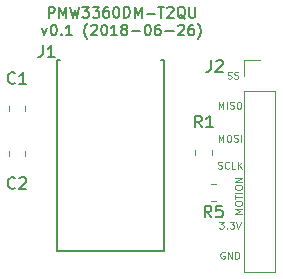
<source format=gbr>
G04 #@! TF.GenerationSoftware,KiCad,Pcbnew,(5.0.0-rc3-dev)*
G04 #@! TF.CreationDate,2018-07-03T21:02:48+03:00*
G04 #@! TF.ProjectId,board,626F6172642E6B696361645F70636200,v0.1*
G04 #@! TF.SameCoordinates,Original*
G04 #@! TF.FileFunction,Legend,Top*
G04 #@! TF.FilePolarity,Positive*
%FSLAX46Y46*%
G04 Gerber Fmt 4.6, Leading zero omitted, Abs format (unit mm)*
G04 Created by KiCad (PCBNEW (5.0.0-rc3-dev)) date Tue Jul  3 21:02:48 2018*
%MOMM*%
%LPD*%
G01*
G04 APERTURE LIST*
%ADD10C,0.125000*%
%ADD11C,0.150000*%
%ADD12C,0.120000*%
G04 APERTURE END LIST*
D10*
X137972857Y-68280000D02*
X137915714Y-68251428D01*
X137830000Y-68251428D01*
X137744285Y-68280000D01*
X137687142Y-68337142D01*
X137658571Y-68394285D01*
X137630000Y-68508571D01*
X137630000Y-68594285D01*
X137658571Y-68708571D01*
X137687142Y-68765714D01*
X137744285Y-68822857D01*
X137830000Y-68851428D01*
X137887142Y-68851428D01*
X137972857Y-68822857D01*
X138001428Y-68794285D01*
X138001428Y-68594285D01*
X137887142Y-68594285D01*
X138258571Y-68851428D02*
X138258571Y-68251428D01*
X138601428Y-68851428D01*
X138601428Y-68251428D01*
X138887142Y-68851428D02*
X138887142Y-68251428D01*
X139030000Y-68251428D01*
X139115714Y-68280000D01*
X139172857Y-68337142D01*
X139201428Y-68394285D01*
X139230000Y-68508571D01*
X139230000Y-68594285D01*
X139201428Y-68708571D01*
X139172857Y-68765714D01*
X139115714Y-68822857D01*
X139030000Y-68851428D01*
X138887142Y-68851428D01*
X137544285Y-65711428D02*
X137915714Y-65711428D01*
X137715714Y-65940000D01*
X137801428Y-65940000D01*
X137858571Y-65968571D01*
X137887142Y-65997142D01*
X137915714Y-66054285D01*
X137915714Y-66197142D01*
X137887142Y-66254285D01*
X137858571Y-66282857D01*
X137801428Y-66311428D01*
X137630000Y-66311428D01*
X137572857Y-66282857D01*
X137544285Y-66254285D01*
X138172857Y-66254285D02*
X138201428Y-66282857D01*
X138172857Y-66311428D01*
X138144285Y-66282857D01*
X138172857Y-66254285D01*
X138172857Y-66311428D01*
X138401428Y-65711428D02*
X138772857Y-65711428D01*
X138572857Y-65940000D01*
X138658571Y-65940000D01*
X138715714Y-65968571D01*
X138744285Y-65997142D01*
X138772857Y-66054285D01*
X138772857Y-66197142D01*
X138744285Y-66254285D01*
X138715714Y-66282857D01*
X138658571Y-66311428D01*
X138487142Y-66311428D01*
X138430000Y-66282857D01*
X138401428Y-66254285D01*
X138944285Y-65711428D02*
X139144285Y-66311428D01*
X139344285Y-65711428D01*
X139463428Y-65014285D02*
X138863428Y-65014285D01*
X139292000Y-64814285D01*
X138863428Y-64614285D01*
X139463428Y-64614285D01*
X138863428Y-64214285D02*
X138863428Y-64100000D01*
X138892000Y-64042857D01*
X138949142Y-63985714D01*
X139063428Y-63957142D01*
X139263428Y-63957142D01*
X139377714Y-63985714D01*
X139434857Y-64042857D01*
X139463428Y-64100000D01*
X139463428Y-64214285D01*
X139434857Y-64271428D01*
X139377714Y-64328571D01*
X139263428Y-64357142D01*
X139063428Y-64357142D01*
X138949142Y-64328571D01*
X138892000Y-64271428D01*
X138863428Y-64214285D01*
X138863428Y-63785714D02*
X138863428Y-63442857D01*
X139463428Y-63614285D02*
X138863428Y-63614285D01*
X139463428Y-63242857D02*
X138863428Y-63242857D01*
X138863428Y-62842857D02*
X138863428Y-62728571D01*
X138892000Y-62671428D01*
X138949142Y-62614285D01*
X139063428Y-62585714D01*
X139263428Y-62585714D01*
X139377714Y-62614285D01*
X139434857Y-62671428D01*
X139463428Y-62728571D01*
X139463428Y-62842857D01*
X139434857Y-62900000D01*
X139377714Y-62957142D01*
X139263428Y-62985714D01*
X139063428Y-62985714D01*
X138949142Y-62957142D01*
X138892000Y-62900000D01*
X138863428Y-62842857D01*
X139463428Y-62328571D02*
X138863428Y-62328571D01*
X139463428Y-61985714D01*
X138863428Y-61985714D01*
X137415714Y-61202857D02*
X137501428Y-61231428D01*
X137644285Y-61231428D01*
X137701428Y-61202857D01*
X137730000Y-61174285D01*
X137758571Y-61117142D01*
X137758571Y-61060000D01*
X137730000Y-61002857D01*
X137701428Y-60974285D01*
X137644285Y-60945714D01*
X137530000Y-60917142D01*
X137472857Y-60888571D01*
X137444285Y-60860000D01*
X137415714Y-60802857D01*
X137415714Y-60745714D01*
X137444285Y-60688571D01*
X137472857Y-60660000D01*
X137530000Y-60631428D01*
X137672857Y-60631428D01*
X137758571Y-60660000D01*
X138358571Y-61174285D02*
X138330000Y-61202857D01*
X138244285Y-61231428D01*
X138187142Y-61231428D01*
X138101428Y-61202857D01*
X138044285Y-61145714D01*
X138015714Y-61088571D01*
X137987142Y-60974285D01*
X137987142Y-60888571D01*
X138015714Y-60774285D01*
X138044285Y-60717142D01*
X138101428Y-60660000D01*
X138187142Y-60631428D01*
X138244285Y-60631428D01*
X138330000Y-60660000D01*
X138358571Y-60688571D01*
X138901428Y-61231428D02*
X138615714Y-61231428D01*
X138615714Y-60631428D01*
X139101428Y-61231428D02*
X139101428Y-60631428D01*
X139444285Y-61231428D02*
X139187142Y-60888571D01*
X139444285Y-60631428D02*
X139101428Y-60974285D01*
X137487142Y-58945428D02*
X137487142Y-58345428D01*
X137687142Y-58774000D01*
X137887142Y-58345428D01*
X137887142Y-58945428D01*
X138287142Y-58345428D02*
X138401428Y-58345428D01*
X138458571Y-58374000D01*
X138515714Y-58431142D01*
X138544285Y-58545428D01*
X138544285Y-58745428D01*
X138515714Y-58859714D01*
X138458571Y-58916857D01*
X138401428Y-58945428D01*
X138287142Y-58945428D01*
X138230000Y-58916857D01*
X138172857Y-58859714D01*
X138144285Y-58745428D01*
X138144285Y-58545428D01*
X138172857Y-58431142D01*
X138230000Y-58374000D01*
X138287142Y-58345428D01*
X138772857Y-58916857D02*
X138858571Y-58945428D01*
X139001428Y-58945428D01*
X139058571Y-58916857D01*
X139087142Y-58888285D01*
X139115714Y-58831142D01*
X139115714Y-58774000D01*
X139087142Y-58716857D01*
X139058571Y-58688285D01*
X139001428Y-58659714D01*
X138887142Y-58631142D01*
X138830000Y-58602571D01*
X138801428Y-58574000D01*
X138772857Y-58516857D01*
X138772857Y-58459714D01*
X138801428Y-58402571D01*
X138830000Y-58374000D01*
X138887142Y-58345428D01*
X139030000Y-58345428D01*
X139115714Y-58374000D01*
X139372857Y-58945428D02*
X139372857Y-58345428D01*
X137487142Y-56151428D02*
X137487142Y-55551428D01*
X137687142Y-55980000D01*
X137887142Y-55551428D01*
X137887142Y-56151428D01*
X138172857Y-56151428D02*
X138172857Y-55551428D01*
X138430000Y-56122857D02*
X138515714Y-56151428D01*
X138658571Y-56151428D01*
X138715714Y-56122857D01*
X138744285Y-56094285D01*
X138772857Y-56037142D01*
X138772857Y-55980000D01*
X138744285Y-55922857D01*
X138715714Y-55894285D01*
X138658571Y-55865714D01*
X138544285Y-55837142D01*
X138487142Y-55808571D01*
X138458571Y-55780000D01*
X138430000Y-55722857D01*
X138430000Y-55665714D01*
X138458571Y-55608571D01*
X138487142Y-55580000D01*
X138544285Y-55551428D01*
X138687142Y-55551428D01*
X138772857Y-55580000D01*
X139144285Y-55551428D02*
X139258571Y-55551428D01*
X139315714Y-55580000D01*
X139372857Y-55637142D01*
X139401428Y-55751428D01*
X139401428Y-55951428D01*
X139372857Y-56065714D01*
X139315714Y-56122857D01*
X139258571Y-56151428D01*
X139144285Y-56151428D01*
X139087142Y-56122857D01*
X139030000Y-56065714D01*
X139001428Y-55951428D01*
X139001428Y-55751428D01*
X139030000Y-55637142D01*
X139087142Y-55580000D01*
X139144285Y-55551428D01*
X138226857Y-53582857D02*
X138312571Y-53611428D01*
X138455428Y-53611428D01*
X138512571Y-53582857D01*
X138541142Y-53554285D01*
X138569714Y-53497142D01*
X138569714Y-53440000D01*
X138541142Y-53382857D01*
X138512571Y-53354285D01*
X138455428Y-53325714D01*
X138341142Y-53297142D01*
X138284000Y-53268571D01*
X138255428Y-53240000D01*
X138226857Y-53182857D01*
X138226857Y-53125714D01*
X138255428Y-53068571D01*
X138284000Y-53040000D01*
X138341142Y-53011428D01*
X138484000Y-53011428D01*
X138569714Y-53040000D01*
X138798285Y-53582857D02*
X138884000Y-53611428D01*
X139026857Y-53611428D01*
X139084000Y-53582857D01*
X139112571Y-53554285D01*
X139141142Y-53497142D01*
X139141142Y-53440000D01*
X139112571Y-53382857D01*
X139084000Y-53354285D01*
X139026857Y-53325714D01*
X138912571Y-53297142D01*
X138855428Y-53268571D01*
X138826857Y-53240000D01*
X138798285Y-53182857D01*
X138798285Y-53125714D01*
X138826857Y-53068571D01*
X138855428Y-53040000D01*
X138912571Y-53011428D01*
X139055428Y-53011428D01*
X139141142Y-53040000D01*
D11*
X123071714Y-48425142D02*
X123071714Y-47525142D01*
X123414571Y-47525142D01*
X123500285Y-47568000D01*
X123543142Y-47610857D01*
X123586000Y-47696571D01*
X123586000Y-47825142D01*
X123543142Y-47910857D01*
X123500285Y-47953714D01*
X123414571Y-47996571D01*
X123071714Y-47996571D01*
X123971714Y-48425142D02*
X123971714Y-47525142D01*
X124271714Y-48168000D01*
X124571714Y-47525142D01*
X124571714Y-48425142D01*
X124914571Y-47525142D02*
X125128857Y-48425142D01*
X125300285Y-47782285D01*
X125471714Y-48425142D01*
X125686000Y-47525142D01*
X125943142Y-47525142D02*
X126500285Y-47525142D01*
X126200285Y-47868000D01*
X126328857Y-47868000D01*
X126414571Y-47910857D01*
X126457428Y-47953714D01*
X126500285Y-48039428D01*
X126500285Y-48253714D01*
X126457428Y-48339428D01*
X126414571Y-48382285D01*
X126328857Y-48425142D01*
X126071714Y-48425142D01*
X125986000Y-48382285D01*
X125943142Y-48339428D01*
X126800285Y-47525142D02*
X127357428Y-47525142D01*
X127057428Y-47868000D01*
X127186000Y-47868000D01*
X127271714Y-47910857D01*
X127314571Y-47953714D01*
X127357428Y-48039428D01*
X127357428Y-48253714D01*
X127314571Y-48339428D01*
X127271714Y-48382285D01*
X127186000Y-48425142D01*
X126928857Y-48425142D01*
X126843142Y-48382285D01*
X126800285Y-48339428D01*
X128128857Y-47525142D02*
X127957428Y-47525142D01*
X127871714Y-47568000D01*
X127828857Y-47610857D01*
X127743142Y-47739428D01*
X127700285Y-47910857D01*
X127700285Y-48253714D01*
X127743142Y-48339428D01*
X127786000Y-48382285D01*
X127871714Y-48425142D01*
X128043142Y-48425142D01*
X128128857Y-48382285D01*
X128171714Y-48339428D01*
X128214571Y-48253714D01*
X128214571Y-48039428D01*
X128171714Y-47953714D01*
X128128857Y-47910857D01*
X128043142Y-47868000D01*
X127871714Y-47868000D01*
X127786000Y-47910857D01*
X127743142Y-47953714D01*
X127700285Y-48039428D01*
X128771714Y-47525142D02*
X128857428Y-47525142D01*
X128943142Y-47568000D01*
X128986000Y-47610857D01*
X129028857Y-47696571D01*
X129071714Y-47868000D01*
X129071714Y-48082285D01*
X129028857Y-48253714D01*
X128986000Y-48339428D01*
X128943142Y-48382285D01*
X128857428Y-48425142D01*
X128771714Y-48425142D01*
X128686000Y-48382285D01*
X128643142Y-48339428D01*
X128600285Y-48253714D01*
X128557428Y-48082285D01*
X128557428Y-47868000D01*
X128600285Y-47696571D01*
X128643142Y-47610857D01*
X128686000Y-47568000D01*
X128771714Y-47525142D01*
X129457428Y-48425142D02*
X129457428Y-47525142D01*
X129671714Y-47525142D01*
X129800285Y-47568000D01*
X129886000Y-47653714D01*
X129928857Y-47739428D01*
X129971714Y-47910857D01*
X129971714Y-48039428D01*
X129928857Y-48210857D01*
X129886000Y-48296571D01*
X129800285Y-48382285D01*
X129671714Y-48425142D01*
X129457428Y-48425142D01*
X130357428Y-48425142D02*
X130357428Y-47525142D01*
X130657428Y-48168000D01*
X130957428Y-47525142D01*
X130957428Y-48425142D01*
X131386000Y-48082285D02*
X132071714Y-48082285D01*
X132371714Y-47525142D02*
X132886000Y-47525142D01*
X132628857Y-48425142D02*
X132628857Y-47525142D01*
X133143142Y-47610857D02*
X133186000Y-47568000D01*
X133271714Y-47525142D01*
X133486000Y-47525142D01*
X133571714Y-47568000D01*
X133614571Y-47610857D01*
X133657428Y-47696571D01*
X133657428Y-47782285D01*
X133614571Y-47910857D01*
X133100285Y-48425142D01*
X133657428Y-48425142D01*
X134643142Y-48510857D02*
X134557428Y-48468000D01*
X134471714Y-48382285D01*
X134343142Y-48253714D01*
X134257428Y-48210857D01*
X134171714Y-48210857D01*
X134214571Y-48425142D02*
X134128857Y-48382285D01*
X134043142Y-48296571D01*
X134000285Y-48125142D01*
X134000285Y-47825142D01*
X134043142Y-47653714D01*
X134128857Y-47568000D01*
X134214571Y-47525142D01*
X134386000Y-47525142D01*
X134471714Y-47568000D01*
X134557428Y-47653714D01*
X134600285Y-47825142D01*
X134600285Y-48125142D01*
X134557428Y-48296571D01*
X134471714Y-48382285D01*
X134386000Y-48425142D01*
X134214571Y-48425142D01*
X134986000Y-47525142D02*
X134986000Y-48253714D01*
X135028857Y-48339428D01*
X135071714Y-48382285D01*
X135157428Y-48425142D01*
X135328857Y-48425142D01*
X135414571Y-48382285D01*
X135457428Y-48339428D01*
X135500285Y-48253714D01*
X135500285Y-47525142D01*
X122514571Y-49325142D02*
X122728857Y-49925142D01*
X122943142Y-49325142D01*
X123457428Y-49025142D02*
X123543142Y-49025142D01*
X123628857Y-49068000D01*
X123671714Y-49110857D01*
X123714571Y-49196571D01*
X123757428Y-49368000D01*
X123757428Y-49582285D01*
X123714571Y-49753714D01*
X123671714Y-49839428D01*
X123628857Y-49882285D01*
X123543142Y-49925142D01*
X123457428Y-49925142D01*
X123371714Y-49882285D01*
X123328857Y-49839428D01*
X123286000Y-49753714D01*
X123243142Y-49582285D01*
X123243142Y-49368000D01*
X123286000Y-49196571D01*
X123328857Y-49110857D01*
X123371714Y-49068000D01*
X123457428Y-49025142D01*
X124143142Y-49839428D02*
X124186000Y-49882285D01*
X124143142Y-49925142D01*
X124100285Y-49882285D01*
X124143142Y-49839428D01*
X124143142Y-49925142D01*
X125043142Y-49925142D02*
X124528857Y-49925142D01*
X124786000Y-49925142D02*
X124786000Y-49025142D01*
X124700285Y-49153714D01*
X124614571Y-49239428D01*
X124528857Y-49282285D01*
X126371714Y-50268000D02*
X126328857Y-50225142D01*
X126243142Y-50096571D01*
X126200285Y-50010857D01*
X126157428Y-49882285D01*
X126114571Y-49668000D01*
X126114571Y-49496571D01*
X126157428Y-49282285D01*
X126200285Y-49153714D01*
X126243142Y-49068000D01*
X126328857Y-48939428D01*
X126371714Y-48896571D01*
X126671714Y-49110857D02*
X126714571Y-49068000D01*
X126800285Y-49025142D01*
X127014571Y-49025142D01*
X127100285Y-49068000D01*
X127143142Y-49110857D01*
X127186000Y-49196571D01*
X127186000Y-49282285D01*
X127143142Y-49410857D01*
X126628857Y-49925142D01*
X127186000Y-49925142D01*
X127743142Y-49025142D02*
X127828857Y-49025142D01*
X127914571Y-49068000D01*
X127957428Y-49110857D01*
X128000285Y-49196571D01*
X128043142Y-49368000D01*
X128043142Y-49582285D01*
X128000285Y-49753714D01*
X127957428Y-49839428D01*
X127914571Y-49882285D01*
X127828857Y-49925142D01*
X127743142Y-49925142D01*
X127657428Y-49882285D01*
X127614571Y-49839428D01*
X127571714Y-49753714D01*
X127528857Y-49582285D01*
X127528857Y-49368000D01*
X127571714Y-49196571D01*
X127614571Y-49110857D01*
X127657428Y-49068000D01*
X127743142Y-49025142D01*
X128900285Y-49925142D02*
X128386000Y-49925142D01*
X128643142Y-49925142D02*
X128643142Y-49025142D01*
X128557428Y-49153714D01*
X128471714Y-49239428D01*
X128386000Y-49282285D01*
X129414571Y-49410857D02*
X129328857Y-49368000D01*
X129286000Y-49325142D01*
X129243142Y-49239428D01*
X129243142Y-49196571D01*
X129286000Y-49110857D01*
X129328857Y-49068000D01*
X129414571Y-49025142D01*
X129586000Y-49025142D01*
X129671714Y-49068000D01*
X129714571Y-49110857D01*
X129757428Y-49196571D01*
X129757428Y-49239428D01*
X129714571Y-49325142D01*
X129671714Y-49368000D01*
X129586000Y-49410857D01*
X129414571Y-49410857D01*
X129328857Y-49453714D01*
X129286000Y-49496571D01*
X129243142Y-49582285D01*
X129243142Y-49753714D01*
X129286000Y-49839428D01*
X129328857Y-49882285D01*
X129414571Y-49925142D01*
X129586000Y-49925142D01*
X129671714Y-49882285D01*
X129714571Y-49839428D01*
X129757428Y-49753714D01*
X129757428Y-49582285D01*
X129714571Y-49496571D01*
X129671714Y-49453714D01*
X129586000Y-49410857D01*
X130143142Y-49582285D02*
X130828857Y-49582285D01*
X131428857Y-49025142D02*
X131514571Y-49025142D01*
X131600285Y-49068000D01*
X131643142Y-49110857D01*
X131686000Y-49196571D01*
X131728857Y-49368000D01*
X131728857Y-49582285D01*
X131686000Y-49753714D01*
X131643142Y-49839428D01*
X131600285Y-49882285D01*
X131514571Y-49925142D01*
X131428857Y-49925142D01*
X131343142Y-49882285D01*
X131300285Y-49839428D01*
X131257428Y-49753714D01*
X131214571Y-49582285D01*
X131214571Y-49368000D01*
X131257428Y-49196571D01*
X131300285Y-49110857D01*
X131343142Y-49068000D01*
X131428857Y-49025142D01*
X132500285Y-49025142D02*
X132328857Y-49025142D01*
X132243142Y-49068000D01*
X132200285Y-49110857D01*
X132114571Y-49239428D01*
X132071714Y-49410857D01*
X132071714Y-49753714D01*
X132114571Y-49839428D01*
X132157428Y-49882285D01*
X132243142Y-49925142D01*
X132414571Y-49925142D01*
X132500285Y-49882285D01*
X132543142Y-49839428D01*
X132586000Y-49753714D01*
X132586000Y-49539428D01*
X132543142Y-49453714D01*
X132500285Y-49410857D01*
X132414571Y-49368000D01*
X132243142Y-49368000D01*
X132157428Y-49410857D01*
X132114571Y-49453714D01*
X132071714Y-49539428D01*
X132971714Y-49582285D02*
X133657428Y-49582285D01*
X134043142Y-49110857D02*
X134086000Y-49068000D01*
X134171714Y-49025142D01*
X134386000Y-49025142D01*
X134471714Y-49068000D01*
X134514571Y-49110857D01*
X134557428Y-49196571D01*
X134557428Y-49282285D01*
X134514571Y-49410857D01*
X134000285Y-49925142D01*
X134557428Y-49925142D01*
X135328857Y-49025142D02*
X135157428Y-49025142D01*
X135071714Y-49068000D01*
X135028857Y-49110857D01*
X134943142Y-49239428D01*
X134900285Y-49410857D01*
X134900285Y-49753714D01*
X134943142Y-49839428D01*
X134986000Y-49882285D01*
X135071714Y-49925142D01*
X135243142Y-49925142D01*
X135328857Y-49882285D01*
X135371714Y-49839428D01*
X135414571Y-49753714D01*
X135414571Y-49539428D01*
X135371714Y-49453714D01*
X135328857Y-49410857D01*
X135243142Y-49368000D01*
X135071714Y-49368000D01*
X134986000Y-49410857D01*
X134943142Y-49453714D01*
X134900285Y-49539428D01*
X135714571Y-50268000D02*
X135757428Y-50225142D01*
X135843142Y-50096571D01*
X135886000Y-50010857D01*
X135928857Y-49882285D01*
X135971714Y-49668000D01*
X135971714Y-49496571D01*
X135928857Y-49282285D01*
X135886000Y-49153714D01*
X135843142Y-49068000D01*
X135757428Y-48939428D01*
X135714571Y-48896571D01*
D12*
G04 #@! TO.C,R5*
X137240983Y-63956000D02*
X136825017Y-63956000D01*
X137240983Y-62536000D02*
X136825017Y-62536000D01*
G04 #@! TO.C,J2*
X139614600Y-69935400D02*
X142274600Y-69935400D01*
X139614600Y-54635400D02*
X139614600Y-69935400D01*
X142274600Y-54635400D02*
X142274600Y-69935400D01*
X139614600Y-54635400D02*
X142274600Y-54635400D01*
X139614600Y-53365400D02*
X139614600Y-52035400D01*
X139614600Y-52035400D02*
X140944600Y-52035400D01*
D11*
G04 #@! TO.C,J1*
X132886800Y-68223200D02*
X123786800Y-68223200D01*
X123786800Y-68223200D02*
X123786800Y-52023200D01*
X123786800Y-52019200D02*
X124036800Y-52019200D01*
X132636800Y-52019200D02*
X132886800Y-52019200D01*
X132886800Y-52023200D02*
X132886800Y-68223200D01*
D12*
G04 #@! TO.C,C2*
X119686000Y-59736017D02*
X119686000Y-60151983D01*
X121106000Y-59736017D02*
X121106000Y-60151983D01*
G04 #@! TO.C,C1*
X119686000Y-56341983D02*
X119686000Y-55926017D01*
X121106000Y-56341983D02*
X121106000Y-55926017D01*
G04 #@! TO.C,R1*
X136917500Y-59609017D02*
X136917500Y-60024983D01*
X135497500Y-59609017D02*
X135497500Y-60024983D01*
G04 #@! TO.C,R5*
D11*
X136866333Y-65348380D02*
X136533000Y-64872190D01*
X136294904Y-65348380D02*
X136294904Y-64348380D01*
X136675857Y-64348380D01*
X136771095Y-64396000D01*
X136818714Y-64443619D01*
X136866333Y-64538857D01*
X136866333Y-64681714D01*
X136818714Y-64776952D01*
X136771095Y-64824571D01*
X136675857Y-64872190D01*
X136294904Y-64872190D01*
X137771095Y-64348380D02*
X137294904Y-64348380D01*
X137247285Y-64824571D01*
X137294904Y-64776952D01*
X137390142Y-64729333D01*
X137628238Y-64729333D01*
X137723476Y-64776952D01*
X137771095Y-64824571D01*
X137818714Y-64919809D01*
X137818714Y-65157904D01*
X137771095Y-65253142D01*
X137723476Y-65300761D01*
X137628238Y-65348380D01*
X137390142Y-65348380D01*
X137294904Y-65300761D01*
X137247285Y-65253142D01*
G04 #@! TO.C,J2*
X136826666Y-52030380D02*
X136826666Y-52744666D01*
X136779047Y-52887523D01*
X136683809Y-52982761D01*
X136540952Y-53030380D01*
X136445714Y-53030380D01*
X137255238Y-52125619D02*
X137302857Y-52078000D01*
X137398095Y-52030380D01*
X137636190Y-52030380D01*
X137731428Y-52078000D01*
X137779047Y-52125619D01*
X137826666Y-52220857D01*
X137826666Y-52316095D01*
X137779047Y-52458952D01*
X137207619Y-53030380D01*
X137826666Y-53030380D01*
G04 #@! TO.C,J1*
X122602666Y-50760380D02*
X122602666Y-51474666D01*
X122555047Y-51617523D01*
X122459809Y-51712761D01*
X122316952Y-51760380D01*
X122221714Y-51760380D01*
X123602666Y-51760380D02*
X123031238Y-51760380D01*
X123316952Y-51760380D02*
X123316952Y-50760380D01*
X123221714Y-50903238D01*
X123126476Y-50998476D01*
X123031238Y-51046095D01*
G04 #@! TO.C,C2*
X120229333Y-62841142D02*
X120181714Y-62888761D01*
X120038857Y-62936380D01*
X119943619Y-62936380D01*
X119800761Y-62888761D01*
X119705523Y-62793523D01*
X119657904Y-62698285D01*
X119610285Y-62507809D01*
X119610285Y-62364952D01*
X119657904Y-62174476D01*
X119705523Y-62079238D01*
X119800761Y-61984000D01*
X119943619Y-61936380D01*
X120038857Y-61936380D01*
X120181714Y-61984000D01*
X120229333Y-62031619D01*
X120610285Y-62031619D02*
X120657904Y-61984000D01*
X120753142Y-61936380D01*
X120991238Y-61936380D01*
X121086476Y-61984000D01*
X121134095Y-62031619D01*
X121181714Y-62126857D01*
X121181714Y-62222095D01*
X121134095Y-62364952D01*
X120562666Y-62936380D01*
X121181714Y-62936380D01*
G04 #@! TO.C,C1*
X120229333Y-53951142D02*
X120181714Y-53998761D01*
X120038857Y-54046380D01*
X119943619Y-54046380D01*
X119800761Y-53998761D01*
X119705523Y-53903523D01*
X119657904Y-53808285D01*
X119610285Y-53617809D01*
X119610285Y-53474952D01*
X119657904Y-53284476D01*
X119705523Y-53189238D01*
X119800761Y-53094000D01*
X119943619Y-53046380D01*
X120038857Y-53046380D01*
X120181714Y-53094000D01*
X120229333Y-53141619D01*
X121181714Y-54046380D02*
X120610285Y-54046380D01*
X120896000Y-54046380D02*
X120896000Y-53046380D01*
X120800761Y-53189238D01*
X120705523Y-53284476D01*
X120610285Y-53332095D01*
G04 #@! TO.C,R1*
X136040833Y-57729380D02*
X135707500Y-57253190D01*
X135469404Y-57729380D02*
X135469404Y-56729380D01*
X135850357Y-56729380D01*
X135945595Y-56777000D01*
X135993214Y-56824619D01*
X136040833Y-56919857D01*
X136040833Y-57062714D01*
X135993214Y-57157952D01*
X135945595Y-57205571D01*
X135850357Y-57253190D01*
X135469404Y-57253190D01*
X136993214Y-57729380D02*
X136421785Y-57729380D01*
X136707500Y-57729380D02*
X136707500Y-56729380D01*
X136612261Y-56872238D01*
X136517023Y-56967476D01*
X136421785Y-57015095D01*
G04 #@! TD*
M02*

</source>
